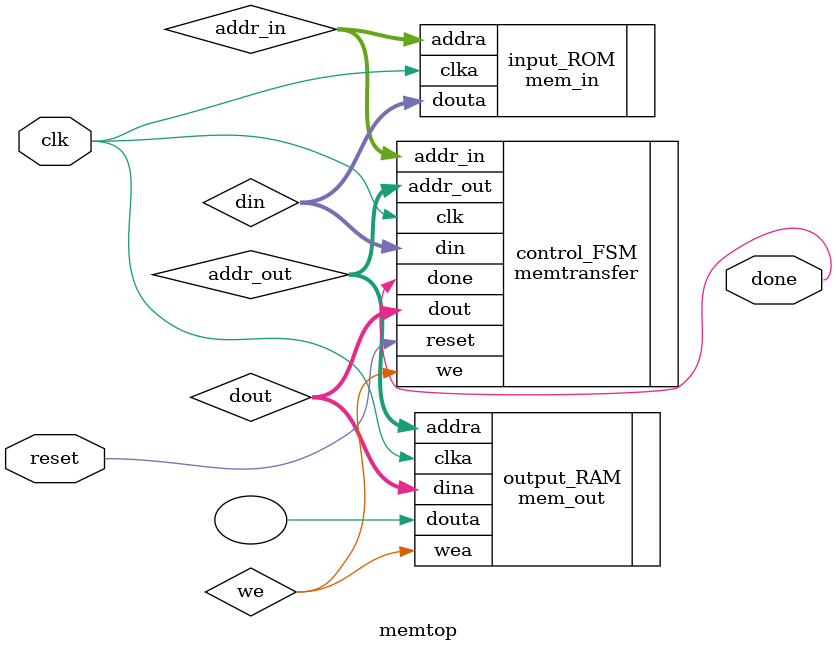
<source format=v>
`timescale 1ns / 1ps
module memtop(
    input clk,
    input reset,
    output done
    );

	wire [7:0] din, dout;
	wire [9:0] addr_in, addr_out;
	wire we;
	
mem_in input_ROM (
  .clka(clk), // input clka
  .addra(addr_in), // input [9 : 0] addra
  .douta(din) // output [7 : 0] douta
);

mem_out output_RAM (
  .clka(clk), // input clka
  .wea(we), // input [0 : 0] wea
  .addra(addr_out), // input [9 : 0] addra
  .dina(dout), // input [7 : 0] dina
  .douta() // unconnected - output [7 : 0] douta
);

memtransfer control_FSM (
	.clk(clk),
	.reset(reset),
	.din(din),
	.addr_in(addr_in),
	.addr_out(addr_out),
	.dout(dout),
	.we(we),
	.done(done)
);

endmodule

</source>
